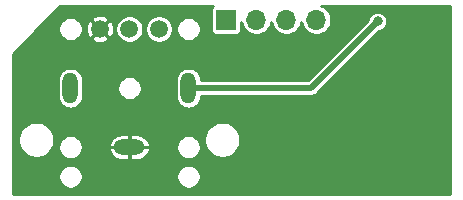
<source format=gbr>
%TF.GenerationSoftware,KiCad,Pcbnew,(5.1.6)-1*%
%TF.CreationDate,2024-02-11T14:18:57-05:00*%
%TF.ProjectId,GB-DMG-Headphone-PCB,47422d44-4d47-42d4-9865-616470686f6e,rev?*%
%TF.SameCoordinates,Original*%
%TF.FileFunction,Copper,L2,Bot*%
%TF.FilePolarity,Positive*%
%FSLAX46Y46*%
G04 Gerber Fmt 4.6, Leading zero omitted, Abs format (unit mm)*
G04 Created by KiCad (PCBNEW (5.1.6)-1) date 2024-02-11 14:18:57*
%MOMM*%
%LPD*%
G01*
G04 APERTURE LIST*
%TA.AperFunction,ComponentPad*%
%ADD10R,1.700000X1.700000*%
%TD*%
%TA.AperFunction,ComponentPad*%
%ADD11O,1.700000X1.700000*%
%TD*%
%TA.AperFunction,ComponentPad*%
%ADD12O,2.616000X1.308000*%
%TD*%
%TA.AperFunction,ComponentPad*%
%ADD13C,1.508000*%
%TD*%
%TA.AperFunction,ComponentPad*%
%ADD14O,1.308000X2.616000*%
%TD*%
%TA.AperFunction,ViaPad*%
%ADD15C,0.800000*%
%TD*%
%TA.AperFunction,Conductor*%
%ADD16C,0.500000*%
%TD*%
%TA.AperFunction,Conductor*%
%ADD17C,0.254000*%
%TD*%
G04 APERTURE END LIST*
D10*
%TO.P,J1,1*%
%TO.N,DETECT*%
X145542000Y-99123500D03*
D11*
%TO.P,J1,2*%
%TO.N,Net-(J1-Pad2)*%
X148082000Y-99123500D03*
%TO.P,J1,3*%
%TO.N,Net-(J1-Pad3)*%
X150622000Y-99123500D03*
%TO.P,J1,4*%
%TO.N,Net-(J1-Pad4)*%
X153162000Y-99123500D03*
%TD*%
D12*
%TO.P,J2,1*%
%TO.N,GND*%
X137350500Y-109902000D03*
D13*
%TO.P,J2,4*%
X134850500Y-99902000D03*
%TO.P,J2,5*%
%TO.N,DETECT*%
X137350500Y-99902000D03*
%TO.P,J2,6*%
%TO.N,N/C*%
X139850500Y-99902000D03*
D14*
%TO.P,J2,2*%
%TO.N,LEFT*%
X142350500Y-104902000D03*
%TO.P,J2,3*%
%TO.N,RIGHT*%
X132350500Y-104902000D03*
%TD*%
D15*
%TO.N,LEFT*%
X158369000Y-99250500D03*
%TD*%
D16*
%TO.N,LEFT*%
X142350500Y-104902000D02*
X152717500Y-104902000D01*
X152717500Y-104902000D02*
X158369000Y-99250500D01*
%TD*%
D17*
%TO.N,GND*%
G36*
X144388605Y-97970105D02*
G01*
X144335245Y-98035124D01*
X144295595Y-98109304D01*
X144271178Y-98189793D01*
X144262934Y-98273500D01*
X144262934Y-99973500D01*
X144271178Y-100057207D01*
X144295595Y-100137696D01*
X144335245Y-100211876D01*
X144388605Y-100276895D01*
X144453624Y-100330255D01*
X144527804Y-100369905D01*
X144608293Y-100394322D01*
X144692000Y-100402566D01*
X146392000Y-100402566D01*
X146475707Y-100394322D01*
X146556196Y-100369905D01*
X146630376Y-100330255D01*
X146695395Y-100276895D01*
X146748755Y-100211876D01*
X146788405Y-100137696D01*
X146812822Y-100057207D01*
X146821066Y-99973500D01*
X146821066Y-99330044D01*
X146854074Y-99495987D01*
X146950337Y-99728386D01*
X147090089Y-99937540D01*
X147267960Y-100115411D01*
X147477114Y-100255163D01*
X147709513Y-100351426D01*
X147956226Y-100400500D01*
X148207774Y-100400500D01*
X148454487Y-100351426D01*
X148686886Y-100255163D01*
X148896040Y-100115411D01*
X149073911Y-99937540D01*
X149213663Y-99728386D01*
X149309926Y-99495987D01*
X149352000Y-99284466D01*
X149394074Y-99495987D01*
X149490337Y-99728386D01*
X149630089Y-99937540D01*
X149807960Y-100115411D01*
X150017114Y-100255163D01*
X150249513Y-100351426D01*
X150496226Y-100400500D01*
X150747774Y-100400500D01*
X150994487Y-100351426D01*
X151226886Y-100255163D01*
X151436040Y-100115411D01*
X151613911Y-99937540D01*
X151753663Y-99728386D01*
X151849926Y-99495987D01*
X151892000Y-99284466D01*
X151934074Y-99495987D01*
X152030337Y-99728386D01*
X152170089Y-99937540D01*
X152347960Y-100115411D01*
X152557114Y-100255163D01*
X152789513Y-100351426D01*
X153036226Y-100400500D01*
X153287774Y-100400500D01*
X153534487Y-100351426D01*
X153766886Y-100255163D01*
X153976040Y-100115411D01*
X154153911Y-99937540D01*
X154293663Y-99728386D01*
X154389926Y-99495987D01*
X154439000Y-99249274D01*
X154439000Y-98997726D01*
X154389926Y-98751013D01*
X154293663Y-98518614D01*
X154153911Y-98309460D01*
X153976040Y-98131589D01*
X153766886Y-97991837D01*
X153604320Y-97924500D01*
X164521001Y-97924500D01*
X164521000Y-113848000D01*
X127452000Y-113848000D01*
X127452000Y-112300849D01*
X131323500Y-112300849D01*
X131323500Y-112503151D01*
X131362967Y-112701565D01*
X131440385Y-112888467D01*
X131552777Y-113056674D01*
X131695826Y-113199723D01*
X131864033Y-113312115D01*
X132050935Y-113389533D01*
X132249349Y-113429000D01*
X132451651Y-113429000D01*
X132650065Y-113389533D01*
X132836967Y-113312115D01*
X133005174Y-113199723D01*
X133148223Y-113056674D01*
X133260615Y-112888467D01*
X133338033Y-112701565D01*
X133377500Y-112503151D01*
X133377500Y-112300849D01*
X141323500Y-112300849D01*
X141323500Y-112503151D01*
X141362967Y-112701565D01*
X141440385Y-112888467D01*
X141552777Y-113056674D01*
X141695826Y-113199723D01*
X141864033Y-113312115D01*
X142050935Y-113389533D01*
X142249349Y-113429000D01*
X142451651Y-113429000D01*
X142650065Y-113389533D01*
X142836967Y-113312115D01*
X143005174Y-113199723D01*
X143148223Y-113056674D01*
X143260615Y-112888467D01*
X143338033Y-112701565D01*
X143377500Y-112503151D01*
X143377500Y-112300849D01*
X143338033Y-112102435D01*
X143260615Y-111915533D01*
X143148223Y-111747326D01*
X143005174Y-111604277D01*
X142836967Y-111491885D01*
X142650065Y-111414467D01*
X142451651Y-111375000D01*
X142249349Y-111375000D01*
X142050935Y-111414467D01*
X141864033Y-111491885D01*
X141695826Y-111604277D01*
X141552777Y-111747326D01*
X141440385Y-111915533D01*
X141362967Y-112102435D01*
X141323500Y-112300849D01*
X133377500Y-112300849D01*
X133338033Y-112102435D01*
X133260615Y-111915533D01*
X133148223Y-111747326D01*
X133005174Y-111604277D01*
X132836967Y-111491885D01*
X132650065Y-111414467D01*
X132451651Y-111375000D01*
X132249349Y-111375000D01*
X132050935Y-111414467D01*
X131864033Y-111491885D01*
X131695826Y-111604277D01*
X131552777Y-111747326D01*
X131440385Y-111915533D01*
X131362967Y-112102435D01*
X131323500Y-112300849D01*
X127452000Y-112300849D01*
X127452000Y-109133104D01*
X127949500Y-109133104D01*
X127949500Y-109433896D01*
X128008181Y-109728910D01*
X128123290Y-110006806D01*
X128290401Y-110256906D01*
X128503094Y-110469599D01*
X128753194Y-110636710D01*
X129031090Y-110751819D01*
X129326104Y-110810500D01*
X129626896Y-110810500D01*
X129921910Y-110751819D01*
X130199806Y-110636710D01*
X130449906Y-110469599D01*
X130662599Y-110256906D01*
X130829710Y-110006806D01*
X130915020Y-109800849D01*
X131323500Y-109800849D01*
X131323500Y-110003151D01*
X131362967Y-110201565D01*
X131440385Y-110388467D01*
X131552777Y-110556674D01*
X131695826Y-110699723D01*
X131864033Y-110812115D01*
X132050935Y-110889533D01*
X132249349Y-110929000D01*
X132451651Y-110929000D01*
X132650065Y-110889533D01*
X132836967Y-110812115D01*
X133005174Y-110699723D01*
X133148223Y-110556674D01*
X133260615Y-110388467D01*
X133338033Y-110201565D01*
X133359471Y-110093784D01*
X135632649Y-110093784D01*
X135688984Y-110294431D01*
X135784903Y-110483447D01*
X135915854Y-110650118D01*
X136076805Y-110788040D01*
X136261570Y-110891912D01*
X136463049Y-110957742D01*
X136673500Y-110983000D01*
X137327500Y-110983000D01*
X137327500Y-109925000D01*
X137373500Y-109925000D01*
X137373500Y-110983000D01*
X138027500Y-110983000D01*
X138237951Y-110957742D01*
X138439430Y-110891912D01*
X138624195Y-110788040D01*
X138785146Y-110650118D01*
X138916097Y-110483447D01*
X139012016Y-110294431D01*
X139068351Y-110093784D01*
X138978478Y-109925000D01*
X137373500Y-109925000D01*
X137327500Y-109925000D01*
X135722522Y-109925000D01*
X135632649Y-110093784D01*
X133359471Y-110093784D01*
X133377500Y-110003151D01*
X133377500Y-109800849D01*
X133359472Y-109710216D01*
X135632649Y-109710216D01*
X135722522Y-109879000D01*
X137327500Y-109879000D01*
X137327500Y-108821000D01*
X137373500Y-108821000D01*
X137373500Y-109879000D01*
X138978478Y-109879000D01*
X139020091Y-109800849D01*
X141323500Y-109800849D01*
X141323500Y-110003151D01*
X141362967Y-110201565D01*
X141440385Y-110388467D01*
X141552777Y-110556674D01*
X141695826Y-110699723D01*
X141864033Y-110812115D01*
X142050935Y-110889533D01*
X142249349Y-110929000D01*
X142451651Y-110929000D01*
X142650065Y-110889533D01*
X142836967Y-110812115D01*
X143005174Y-110699723D01*
X143148223Y-110556674D01*
X143260615Y-110388467D01*
X143338033Y-110201565D01*
X143377500Y-110003151D01*
X143377500Y-109800849D01*
X143338033Y-109602435D01*
X143260615Y-109415533D01*
X143148223Y-109247326D01*
X143034001Y-109133104D01*
X143697500Y-109133104D01*
X143697500Y-109433896D01*
X143756181Y-109728910D01*
X143871290Y-110006806D01*
X144038401Y-110256906D01*
X144251094Y-110469599D01*
X144501194Y-110636710D01*
X144779090Y-110751819D01*
X145074104Y-110810500D01*
X145374896Y-110810500D01*
X145669910Y-110751819D01*
X145947806Y-110636710D01*
X146197906Y-110469599D01*
X146410599Y-110256906D01*
X146577710Y-110006806D01*
X146692819Y-109728910D01*
X146751500Y-109433896D01*
X146751500Y-109133104D01*
X146692819Y-108838090D01*
X146577710Y-108560194D01*
X146410599Y-108310094D01*
X146197906Y-108097401D01*
X145947806Y-107930290D01*
X145669910Y-107815181D01*
X145374896Y-107756500D01*
X145074104Y-107756500D01*
X144779090Y-107815181D01*
X144501194Y-107930290D01*
X144251094Y-108097401D01*
X144038401Y-108310094D01*
X143871290Y-108560194D01*
X143756181Y-108838090D01*
X143697500Y-109133104D01*
X143034001Y-109133104D01*
X143005174Y-109104277D01*
X142836967Y-108991885D01*
X142650065Y-108914467D01*
X142451651Y-108875000D01*
X142249349Y-108875000D01*
X142050935Y-108914467D01*
X141864033Y-108991885D01*
X141695826Y-109104277D01*
X141552777Y-109247326D01*
X141440385Y-109415533D01*
X141362967Y-109602435D01*
X141323500Y-109800849D01*
X139020091Y-109800849D01*
X139068351Y-109710216D01*
X139012016Y-109509569D01*
X138916097Y-109320553D01*
X138785146Y-109153882D01*
X138624195Y-109015960D01*
X138439430Y-108912088D01*
X138237951Y-108846258D01*
X138027500Y-108821000D01*
X137373500Y-108821000D01*
X137327500Y-108821000D01*
X136673500Y-108821000D01*
X136463049Y-108846258D01*
X136261570Y-108912088D01*
X136076805Y-109015960D01*
X135915854Y-109153882D01*
X135784903Y-109320553D01*
X135688984Y-109509569D01*
X135632649Y-109710216D01*
X133359472Y-109710216D01*
X133338033Y-109602435D01*
X133260615Y-109415533D01*
X133148223Y-109247326D01*
X133005174Y-109104277D01*
X132836967Y-108991885D01*
X132650065Y-108914467D01*
X132451651Y-108875000D01*
X132249349Y-108875000D01*
X132050935Y-108914467D01*
X131864033Y-108991885D01*
X131695826Y-109104277D01*
X131552777Y-109247326D01*
X131440385Y-109415533D01*
X131362967Y-109602435D01*
X131323500Y-109800849D01*
X130915020Y-109800849D01*
X130944819Y-109728910D01*
X131003500Y-109433896D01*
X131003500Y-109133104D01*
X130944819Y-108838090D01*
X130829710Y-108560194D01*
X130662599Y-108310094D01*
X130449906Y-108097401D01*
X130199806Y-107930290D01*
X129921910Y-107815181D01*
X129626896Y-107756500D01*
X129326104Y-107756500D01*
X129031090Y-107815181D01*
X128753194Y-107930290D01*
X128503094Y-108097401D01*
X128290401Y-108310094D01*
X128123290Y-108560194D01*
X128008181Y-108838090D01*
X127949500Y-109133104D01*
X127452000Y-109133104D01*
X127452000Y-104194901D01*
X131269500Y-104194901D01*
X131269500Y-105609100D01*
X131285142Y-105767913D01*
X131346955Y-105971682D01*
X131447334Y-106159477D01*
X131582420Y-106324081D01*
X131747024Y-106459167D01*
X131934819Y-106559546D01*
X132138588Y-106621358D01*
X132350500Y-106642230D01*
X132562413Y-106621358D01*
X132766182Y-106559546D01*
X132953977Y-106459167D01*
X133118581Y-106324081D01*
X133253667Y-106159477D01*
X133354046Y-105971682D01*
X133415858Y-105767913D01*
X133431500Y-105609100D01*
X133431500Y-104800849D01*
X136323500Y-104800849D01*
X136323500Y-105003151D01*
X136362967Y-105201565D01*
X136440385Y-105388467D01*
X136552777Y-105556674D01*
X136695826Y-105699723D01*
X136864033Y-105812115D01*
X137050935Y-105889533D01*
X137249349Y-105929000D01*
X137451651Y-105929000D01*
X137650065Y-105889533D01*
X137836967Y-105812115D01*
X138005174Y-105699723D01*
X138148223Y-105556674D01*
X138260615Y-105388467D01*
X138338033Y-105201565D01*
X138377500Y-105003151D01*
X138377500Y-104800849D01*
X138338033Y-104602435D01*
X138260615Y-104415533D01*
X138148223Y-104247326D01*
X138095798Y-104194901D01*
X141269500Y-104194901D01*
X141269500Y-105609100D01*
X141285142Y-105767913D01*
X141346955Y-105971682D01*
X141447334Y-106159477D01*
X141582420Y-106324081D01*
X141747024Y-106459167D01*
X141934819Y-106559546D01*
X142138588Y-106621358D01*
X142350500Y-106642230D01*
X142562413Y-106621358D01*
X142766182Y-106559546D01*
X142953977Y-106459167D01*
X143118581Y-106324081D01*
X143253667Y-106159477D01*
X143354046Y-105971682D01*
X143415858Y-105767913D01*
X143431500Y-105609100D01*
X143431500Y-105579000D01*
X152684255Y-105579000D01*
X152717500Y-105582274D01*
X152750745Y-105579000D01*
X152750752Y-105579000D01*
X152850215Y-105569204D01*
X152977830Y-105530492D01*
X153095441Y-105467628D01*
X153198527Y-105383027D01*
X153219726Y-105357196D01*
X158511583Y-100065340D01*
X158610227Y-100045718D01*
X158760731Y-99983377D01*
X158896181Y-99892872D01*
X159011372Y-99777681D01*
X159101877Y-99642231D01*
X159164218Y-99491727D01*
X159196000Y-99331952D01*
X159196000Y-99169048D01*
X159164218Y-99009273D01*
X159101877Y-98858769D01*
X159011372Y-98723319D01*
X158896181Y-98608128D01*
X158760731Y-98517623D01*
X158610227Y-98455282D01*
X158450452Y-98423500D01*
X158287548Y-98423500D01*
X158127773Y-98455282D01*
X157977269Y-98517623D01*
X157841819Y-98608128D01*
X157726628Y-98723319D01*
X157636123Y-98858769D01*
X157573782Y-99009273D01*
X157554160Y-99107917D01*
X152437078Y-104225000D01*
X143431500Y-104225000D01*
X143431500Y-104194900D01*
X143415858Y-104036087D01*
X143354046Y-103832318D01*
X143253667Y-103644523D01*
X143118581Y-103479919D01*
X142953977Y-103344833D01*
X142766181Y-103244454D01*
X142562412Y-103182642D01*
X142350500Y-103161770D01*
X142138587Y-103182642D01*
X141934818Y-103244454D01*
X141747023Y-103344833D01*
X141582419Y-103479919D01*
X141447333Y-103644523D01*
X141346954Y-103832319D01*
X141285142Y-104036088D01*
X141269500Y-104194901D01*
X138095798Y-104194901D01*
X138005174Y-104104277D01*
X137836967Y-103991885D01*
X137650065Y-103914467D01*
X137451651Y-103875000D01*
X137249349Y-103875000D01*
X137050935Y-103914467D01*
X136864033Y-103991885D01*
X136695826Y-104104277D01*
X136552777Y-104247326D01*
X136440385Y-104415533D01*
X136362967Y-104602435D01*
X136323500Y-104800849D01*
X133431500Y-104800849D01*
X133431500Y-104194900D01*
X133415858Y-104036087D01*
X133354046Y-103832318D01*
X133253667Y-103644523D01*
X133118581Y-103479919D01*
X132953977Y-103344833D01*
X132766181Y-103244454D01*
X132562412Y-103182642D01*
X132350500Y-103161770D01*
X132138587Y-103182642D01*
X131934818Y-103244454D01*
X131747023Y-103344833D01*
X131582419Y-103479919D01*
X131447333Y-103644523D01*
X131346954Y-103832319D01*
X131285142Y-104036088D01*
X131269500Y-104194901D01*
X127452000Y-104194901D01*
X127452000Y-101977723D01*
X129628875Y-99800849D01*
X131323500Y-99800849D01*
X131323500Y-100003151D01*
X131362967Y-100201565D01*
X131440385Y-100388467D01*
X131552777Y-100556674D01*
X131695826Y-100699723D01*
X131864033Y-100812115D01*
X132050935Y-100889533D01*
X132249349Y-100929000D01*
X132451651Y-100929000D01*
X132650065Y-100889533D01*
X132836967Y-100812115D01*
X133005174Y-100699723D01*
X133023157Y-100681740D01*
X134103287Y-100681740D01*
X134171706Y-100875410D01*
X134374651Y-100989133D01*
X134595883Y-101061077D01*
X134826900Y-101088479D01*
X135058824Y-101070285D01*
X135282743Y-101007195D01*
X135490051Y-100901633D01*
X135529294Y-100875410D01*
X135597713Y-100681740D01*
X134850500Y-99934527D01*
X134103287Y-100681740D01*
X133023157Y-100681740D01*
X133148223Y-100556674D01*
X133260615Y-100388467D01*
X133338033Y-100201565D01*
X133377500Y-100003151D01*
X133377500Y-99878400D01*
X133664021Y-99878400D01*
X133682215Y-100110324D01*
X133745305Y-100334243D01*
X133850867Y-100541551D01*
X133877090Y-100580794D01*
X134070760Y-100649213D01*
X134817973Y-99902000D01*
X134883027Y-99902000D01*
X135630240Y-100649213D01*
X135823910Y-100580794D01*
X135937633Y-100377849D01*
X136009577Y-100156617D01*
X136036979Y-99925600D01*
X136026003Y-99785682D01*
X136169500Y-99785682D01*
X136169500Y-100018318D01*
X136214886Y-100246485D01*
X136303912Y-100461413D01*
X136433158Y-100654843D01*
X136597657Y-100819342D01*
X136791087Y-100948588D01*
X137006015Y-101037614D01*
X137234182Y-101083000D01*
X137466818Y-101083000D01*
X137694985Y-101037614D01*
X137909913Y-100948588D01*
X138103343Y-100819342D01*
X138267842Y-100654843D01*
X138397088Y-100461413D01*
X138486114Y-100246485D01*
X138531500Y-100018318D01*
X138531500Y-99785682D01*
X138669500Y-99785682D01*
X138669500Y-100018318D01*
X138714886Y-100246485D01*
X138803912Y-100461413D01*
X138933158Y-100654843D01*
X139097657Y-100819342D01*
X139291087Y-100948588D01*
X139506015Y-101037614D01*
X139734182Y-101083000D01*
X139966818Y-101083000D01*
X140194985Y-101037614D01*
X140409913Y-100948588D01*
X140603343Y-100819342D01*
X140767842Y-100654843D01*
X140897088Y-100461413D01*
X140986114Y-100246485D01*
X141031500Y-100018318D01*
X141031500Y-99800849D01*
X141323500Y-99800849D01*
X141323500Y-100003151D01*
X141362967Y-100201565D01*
X141440385Y-100388467D01*
X141552777Y-100556674D01*
X141695826Y-100699723D01*
X141864033Y-100812115D01*
X142050935Y-100889533D01*
X142249349Y-100929000D01*
X142451651Y-100929000D01*
X142650065Y-100889533D01*
X142836967Y-100812115D01*
X143005174Y-100699723D01*
X143148223Y-100556674D01*
X143260615Y-100388467D01*
X143338033Y-100201565D01*
X143377500Y-100003151D01*
X143377500Y-99800849D01*
X143338033Y-99602435D01*
X143260615Y-99415533D01*
X143148223Y-99247326D01*
X143005174Y-99104277D01*
X142836967Y-98991885D01*
X142650065Y-98914467D01*
X142451651Y-98875000D01*
X142249349Y-98875000D01*
X142050935Y-98914467D01*
X141864033Y-98991885D01*
X141695826Y-99104277D01*
X141552777Y-99247326D01*
X141440385Y-99415533D01*
X141362967Y-99602435D01*
X141323500Y-99800849D01*
X141031500Y-99800849D01*
X141031500Y-99785682D01*
X140986114Y-99557515D01*
X140897088Y-99342587D01*
X140767842Y-99149157D01*
X140603343Y-98984658D01*
X140409913Y-98855412D01*
X140194985Y-98766386D01*
X139966818Y-98721000D01*
X139734182Y-98721000D01*
X139506015Y-98766386D01*
X139291087Y-98855412D01*
X139097657Y-98984658D01*
X138933158Y-99149157D01*
X138803912Y-99342587D01*
X138714886Y-99557515D01*
X138669500Y-99785682D01*
X138531500Y-99785682D01*
X138486114Y-99557515D01*
X138397088Y-99342587D01*
X138267842Y-99149157D01*
X138103343Y-98984658D01*
X137909913Y-98855412D01*
X137694985Y-98766386D01*
X137466818Y-98721000D01*
X137234182Y-98721000D01*
X137006015Y-98766386D01*
X136791087Y-98855412D01*
X136597657Y-98984658D01*
X136433158Y-99149157D01*
X136303912Y-99342587D01*
X136214886Y-99557515D01*
X136169500Y-99785682D01*
X136026003Y-99785682D01*
X136018785Y-99693676D01*
X135955695Y-99469757D01*
X135850133Y-99262449D01*
X135823910Y-99223206D01*
X135630240Y-99154787D01*
X134883027Y-99902000D01*
X134817973Y-99902000D01*
X134070760Y-99154787D01*
X133877090Y-99223206D01*
X133763367Y-99426151D01*
X133691423Y-99647383D01*
X133664021Y-99878400D01*
X133377500Y-99878400D01*
X133377500Y-99800849D01*
X133338033Y-99602435D01*
X133260615Y-99415533D01*
X133148223Y-99247326D01*
X133023157Y-99122260D01*
X134103287Y-99122260D01*
X134850500Y-99869473D01*
X135597713Y-99122260D01*
X135529294Y-98928590D01*
X135326349Y-98814867D01*
X135105117Y-98742923D01*
X134874100Y-98715521D01*
X134642176Y-98733715D01*
X134418257Y-98796805D01*
X134210949Y-98902367D01*
X134171706Y-98928590D01*
X134103287Y-99122260D01*
X133023157Y-99122260D01*
X133005174Y-99104277D01*
X132836967Y-98991885D01*
X132650065Y-98914467D01*
X132451651Y-98875000D01*
X132249349Y-98875000D01*
X132050935Y-98914467D01*
X131864033Y-98991885D01*
X131695826Y-99104277D01*
X131552777Y-99247326D01*
X131440385Y-99415533D01*
X131362967Y-99602435D01*
X131323500Y-99800849D01*
X129628875Y-99800849D01*
X131505225Y-97924500D01*
X144444175Y-97924500D01*
X144388605Y-97970105D01*
G37*
X144388605Y-97970105D02*
X144335245Y-98035124D01*
X144295595Y-98109304D01*
X144271178Y-98189793D01*
X144262934Y-98273500D01*
X144262934Y-99973500D01*
X144271178Y-100057207D01*
X144295595Y-100137696D01*
X144335245Y-100211876D01*
X144388605Y-100276895D01*
X144453624Y-100330255D01*
X144527804Y-100369905D01*
X144608293Y-100394322D01*
X144692000Y-100402566D01*
X146392000Y-100402566D01*
X146475707Y-100394322D01*
X146556196Y-100369905D01*
X146630376Y-100330255D01*
X146695395Y-100276895D01*
X146748755Y-100211876D01*
X146788405Y-100137696D01*
X146812822Y-100057207D01*
X146821066Y-99973500D01*
X146821066Y-99330044D01*
X146854074Y-99495987D01*
X146950337Y-99728386D01*
X147090089Y-99937540D01*
X147267960Y-100115411D01*
X147477114Y-100255163D01*
X147709513Y-100351426D01*
X147956226Y-100400500D01*
X148207774Y-100400500D01*
X148454487Y-100351426D01*
X148686886Y-100255163D01*
X148896040Y-100115411D01*
X149073911Y-99937540D01*
X149213663Y-99728386D01*
X149309926Y-99495987D01*
X149352000Y-99284466D01*
X149394074Y-99495987D01*
X149490337Y-99728386D01*
X149630089Y-99937540D01*
X149807960Y-100115411D01*
X150017114Y-100255163D01*
X150249513Y-100351426D01*
X150496226Y-100400500D01*
X150747774Y-100400500D01*
X150994487Y-100351426D01*
X151226886Y-100255163D01*
X151436040Y-100115411D01*
X151613911Y-99937540D01*
X151753663Y-99728386D01*
X151849926Y-99495987D01*
X151892000Y-99284466D01*
X151934074Y-99495987D01*
X152030337Y-99728386D01*
X152170089Y-99937540D01*
X152347960Y-100115411D01*
X152557114Y-100255163D01*
X152789513Y-100351426D01*
X153036226Y-100400500D01*
X153287774Y-100400500D01*
X153534487Y-100351426D01*
X153766886Y-100255163D01*
X153976040Y-100115411D01*
X154153911Y-99937540D01*
X154293663Y-99728386D01*
X154389926Y-99495987D01*
X154439000Y-99249274D01*
X154439000Y-98997726D01*
X154389926Y-98751013D01*
X154293663Y-98518614D01*
X154153911Y-98309460D01*
X153976040Y-98131589D01*
X153766886Y-97991837D01*
X153604320Y-97924500D01*
X164521001Y-97924500D01*
X164521000Y-113848000D01*
X127452000Y-113848000D01*
X127452000Y-112300849D01*
X131323500Y-112300849D01*
X131323500Y-112503151D01*
X131362967Y-112701565D01*
X131440385Y-112888467D01*
X131552777Y-113056674D01*
X131695826Y-113199723D01*
X131864033Y-113312115D01*
X132050935Y-113389533D01*
X132249349Y-113429000D01*
X132451651Y-113429000D01*
X132650065Y-113389533D01*
X132836967Y-113312115D01*
X133005174Y-113199723D01*
X133148223Y-113056674D01*
X133260615Y-112888467D01*
X133338033Y-112701565D01*
X133377500Y-112503151D01*
X133377500Y-112300849D01*
X141323500Y-112300849D01*
X141323500Y-112503151D01*
X141362967Y-112701565D01*
X141440385Y-112888467D01*
X141552777Y-113056674D01*
X141695826Y-113199723D01*
X141864033Y-113312115D01*
X142050935Y-113389533D01*
X142249349Y-113429000D01*
X142451651Y-113429000D01*
X142650065Y-113389533D01*
X142836967Y-113312115D01*
X143005174Y-113199723D01*
X143148223Y-113056674D01*
X143260615Y-112888467D01*
X143338033Y-112701565D01*
X143377500Y-112503151D01*
X143377500Y-112300849D01*
X143338033Y-112102435D01*
X143260615Y-111915533D01*
X143148223Y-111747326D01*
X143005174Y-111604277D01*
X142836967Y-111491885D01*
X142650065Y-111414467D01*
X142451651Y-111375000D01*
X142249349Y-111375000D01*
X142050935Y-111414467D01*
X141864033Y-111491885D01*
X141695826Y-111604277D01*
X141552777Y-111747326D01*
X141440385Y-111915533D01*
X141362967Y-112102435D01*
X141323500Y-112300849D01*
X133377500Y-112300849D01*
X133338033Y-112102435D01*
X133260615Y-111915533D01*
X133148223Y-111747326D01*
X133005174Y-111604277D01*
X132836967Y-111491885D01*
X132650065Y-111414467D01*
X132451651Y-111375000D01*
X132249349Y-111375000D01*
X132050935Y-111414467D01*
X131864033Y-111491885D01*
X131695826Y-111604277D01*
X131552777Y-111747326D01*
X131440385Y-111915533D01*
X131362967Y-112102435D01*
X131323500Y-112300849D01*
X127452000Y-112300849D01*
X127452000Y-109133104D01*
X127949500Y-109133104D01*
X127949500Y-109433896D01*
X128008181Y-109728910D01*
X128123290Y-110006806D01*
X128290401Y-110256906D01*
X128503094Y-110469599D01*
X128753194Y-110636710D01*
X129031090Y-110751819D01*
X129326104Y-110810500D01*
X129626896Y-110810500D01*
X129921910Y-110751819D01*
X130199806Y-110636710D01*
X130449906Y-110469599D01*
X130662599Y-110256906D01*
X130829710Y-110006806D01*
X130915020Y-109800849D01*
X131323500Y-109800849D01*
X131323500Y-110003151D01*
X131362967Y-110201565D01*
X131440385Y-110388467D01*
X131552777Y-110556674D01*
X131695826Y-110699723D01*
X131864033Y-110812115D01*
X132050935Y-110889533D01*
X132249349Y-110929000D01*
X132451651Y-110929000D01*
X132650065Y-110889533D01*
X132836967Y-110812115D01*
X133005174Y-110699723D01*
X133148223Y-110556674D01*
X133260615Y-110388467D01*
X133338033Y-110201565D01*
X133359471Y-110093784D01*
X135632649Y-110093784D01*
X135688984Y-110294431D01*
X135784903Y-110483447D01*
X135915854Y-110650118D01*
X136076805Y-110788040D01*
X136261570Y-110891912D01*
X136463049Y-110957742D01*
X136673500Y-110983000D01*
X137327500Y-110983000D01*
X137327500Y-109925000D01*
X137373500Y-109925000D01*
X137373500Y-110983000D01*
X138027500Y-110983000D01*
X138237951Y-110957742D01*
X138439430Y-110891912D01*
X138624195Y-110788040D01*
X138785146Y-110650118D01*
X138916097Y-110483447D01*
X139012016Y-110294431D01*
X139068351Y-110093784D01*
X138978478Y-109925000D01*
X137373500Y-109925000D01*
X137327500Y-109925000D01*
X135722522Y-109925000D01*
X135632649Y-110093784D01*
X133359471Y-110093784D01*
X133377500Y-110003151D01*
X133377500Y-109800849D01*
X133359472Y-109710216D01*
X135632649Y-109710216D01*
X135722522Y-109879000D01*
X137327500Y-109879000D01*
X137327500Y-108821000D01*
X137373500Y-108821000D01*
X137373500Y-109879000D01*
X138978478Y-109879000D01*
X139020091Y-109800849D01*
X141323500Y-109800849D01*
X141323500Y-110003151D01*
X141362967Y-110201565D01*
X141440385Y-110388467D01*
X141552777Y-110556674D01*
X141695826Y-110699723D01*
X141864033Y-110812115D01*
X142050935Y-110889533D01*
X142249349Y-110929000D01*
X142451651Y-110929000D01*
X142650065Y-110889533D01*
X142836967Y-110812115D01*
X143005174Y-110699723D01*
X143148223Y-110556674D01*
X143260615Y-110388467D01*
X143338033Y-110201565D01*
X143377500Y-110003151D01*
X143377500Y-109800849D01*
X143338033Y-109602435D01*
X143260615Y-109415533D01*
X143148223Y-109247326D01*
X143034001Y-109133104D01*
X143697500Y-109133104D01*
X143697500Y-109433896D01*
X143756181Y-109728910D01*
X143871290Y-110006806D01*
X144038401Y-110256906D01*
X144251094Y-110469599D01*
X144501194Y-110636710D01*
X144779090Y-110751819D01*
X145074104Y-110810500D01*
X145374896Y-110810500D01*
X145669910Y-110751819D01*
X145947806Y-110636710D01*
X146197906Y-110469599D01*
X146410599Y-110256906D01*
X146577710Y-110006806D01*
X146692819Y-109728910D01*
X146751500Y-109433896D01*
X146751500Y-109133104D01*
X146692819Y-108838090D01*
X146577710Y-108560194D01*
X146410599Y-108310094D01*
X146197906Y-108097401D01*
X145947806Y-107930290D01*
X145669910Y-107815181D01*
X145374896Y-107756500D01*
X145074104Y-107756500D01*
X144779090Y-107815181D01*
X144501194Y-107930290D01*
X144251094Y-108097401D01*
X144038401Y-108310094D01*
X143871290Y-108560194D01*
X143756181Y-108838090D01*
X143697500Y-109133104D01*
X143034001Y-109133104D01*
X143005174Y-109104277D01*
X142836967Y-108991885D01*
X142650065Y-108914467D01*
X142451651Y-108875000D01*
X142249349Y-108875000D01*
X142050935Y-108914467D01*
X141864033Y-108991885D01*
X141695826Y-109104277D01*
X141552777Y-109247326D01*
X141440385Y-109415533D01*
X141362967Y-109602435D01*
X141323500Y-109800849D01*
X139020091Y-109800849D01*
X139068351Y-109710216D01*
X139012016Y-109509569D01*
X138916097Y-109320553D01*
X138785146Y-109153882D01*
X138624195Y-109015960D01*
X138439430Y-108912088D01*
X138237951Y-108846258D01*
X138027500Y-108821000D01*
X137373500Y-108821000D01*
X137327500Y-108821000D01*
X136673500Y-108821000D01*
X136463049Y-108846258D01*
X136261570Y-108912088D01*
X136076805Y-109015960D01*
X135915854Y-109153882D01*
X135784903Y-109320553D01*
X135688984Y-109509569D01*
X135632649Y-109710216D01*
X133359472Y-109710216D01*
X133338033Y-109602435D01*
X133260615Y-109415533D01*
X133148223Y-109247326D01*
X133005174Y-109104277D01*
X132836967Y-108991885D01*
X132650065Y-108914467D01*
X132451651Y-108875000D01*
X132249349Y-108875000D01*
X132050935Y-108914467D01*
X131864033Y-108991885D01*
X131695826Y-109104277D01*
X131552777Y-109247326D01*
X131440385Y-109415533D01*
X131362967Y-109602435D01*
X131323500Y-109800849D01*
X130915020Y-109800849D01*
X130944819Y-109728910D01*
X131003500Y-109433896D01*
X131003500Y-109133104D01*
X130944819Y-108838090D01*
X130829710Y-108560194D01*
X130662599Y-108310094D01*
X130449906Y-108097401D01*
X130199806Y-107930290D01*
X129921910Y-107815181D01*
X129626896Y-107756500D01*
X129326104Y-107756500D01*
X129031090Y-107815181D01*
X128753194Y-107930290D01*
X128503094Y-108097401D01*
X128290401Y-108310094D01*
X128123290Y-108560194D01*
X128008181Y-108838090D01*
X127949500Y-109133104D01*
X127452000Y-109133104D01*
X127452000Y-104194901D01*
X131269500Y-104194901D01*
X131269500Y-105609100D01*
X131285142Y-105767913D01*
X131346955Y-105971682D01*
X131447334Y-106159477D01*
X131582420Y-106324081D01*
X131747024Y-106459167D01*
X131934819Y-106559546D01*
X132138588Y-106621358D01*
X132350500Y-106642230D01*
X132562413Y-106621358D01*
X132766182Y-106559546D01*
X132953977Y-106459167D01*
X133118581Y-106324081D01*
X133253667Y-106159477D01*
X133354046Y-105971682D01*
X133415858Y-105767913D01*
X133431500Y-105609100D01*
X133431500Y-104800849D01*
X136323500Y-104800849D01*
X136323500Y-105003151D01*
X136362967Y-105201565D01*
X136440385Y-105388467D01*
X136552777Y-105556674D01*
X136695826Y-105699723D01*
X136864033Y-105812115D01*
X137050935Y-105889533D01*
X137249349Y-105929000D01*
X137451651Y-105929000D01*
X137650065Y-105889533D01*
X137836967Y-105812115D01*
X138005174Y-105699723D01*
X138148223Y-105556674D01*
X138260615Y-105388467D01*
X138338033Y-105201565D01*
X138377500Y-105003151D01*
X138377500Y-104800849D01*
X138338033Y-104602435D01*
X138260615Y-104415533D01*
X138148223Y-104247326D01*
X138095798Y-104194901D01*
X141269500Y-104194901D01*
X141269500Y-105609100D01*
X141285142Y-105767913D01*
X141346955Y-105971682D01*
X141447334Y-106159477D01*
X141582420Y-106324081D01*
X141747024Y-106459167D01*
X141934819Y-106559546D01*
X142138588Y-106621358D01*
X142350500Y-106642230D01*
X142562413Y-106621358D01*
X142766182Y-106559546D01*
X142953977Y-106459167D01*
X143118581Y-106324081D01*
X143253667Y-106159477D01*
X143354046Y-105971682D01*
X143415858Y-105767913D01*
X143431500Y-105609100D01*
X143431500Y-105579000D01*
X152684255Y-105579000D01*
X152717500Y-105582274D01*
X152750745Y-105579000D01*
X152750752Y-105579000D01*
X152850215Y-105569204D01*
X152977830Y-105530492D01*
X153095441Y-105467628D01*
X153198527Y-105383027D01*
X153219726Y-105357196D01*
X158511583Y-100065340D01*
X158610227Y-100045718D01*
X158760731Y-99983377D01*
X158896181Y-99892872D01*
X159011372Y-99777681D01*
X159101877Y-99642231D01*
X159164218Y-99491727D01*
X159196000Y-99331952D01*
X159196000Y-99169048D01*
X159164218Y-99009273D01*
X159101877Y-98858769D01*
X159011372Y-98723319D01*
X158896181Y-98608128D01*
X158760731Y-98517623D01*
X158610227Y-98455282D01*
X158450452Y-98423500D01*
X158287548Y-98423500D01*
X158127773Y-98455282D01*
X157977269Y-98517623D01*
X157841819Y-98608128D01*
X157726628Y-98723319D01*
X157636123Y-98858769D01*
X157573782Y-99009273D01*
X157554160Y-99107917D01*
X152437078Y-104225000D01*
X143431500Y-104225000D01*
X143431500Y-104194900D01*
X143415858Y-104036087D01*
X143354046Y-103832318D01*
X143253667Y-103644523D01*
X143118581Y-103479919D01*
X142953977Y-103344833D01*
X142766181Y-103244454D01*
X142562412Y-103182642D01*
X142350500Y-103161770D01*
X142138587Y-103182642D01*
X141934818Y-103244454D01*
X141747023Y-103344833D01*
X141582419Y-103479919D01*
X141447333Y-103644523D01*
X141346954Y-103832319D01*
X141285142Y-104036088D01*
X141269500Y-104194901D01*
X138095798Y-104194901D01*
X138005174Y-104104277D01*
X137836967Y-103991885D01*
X137650065Y-103914467D01*
X137451651Y-103875000D01*
X137249349Y-103875000D01*
X137050935Y-103914467D01*
X136864033Y-103991885D01*
X136695826Y-104104277D01*
X136552777Y-104247326D01*
X136440385Y-104415533D01*
X136362967Y-104602435D01*
X136323500Y-104800849D01*
X133431500Y-104800849D01*
X133431500Y-104194900D01*
X133415858Y-104036087D01*
X133354046Y-103832318D01*
X133253667Y-103644523D01*
X133118581Y-103479919D01*
X132953977Y-103344833D01*
X132766181Y-103244454D01*
X132562412Y-103182642D01*
X132350500Y-103161770D01*
X132138587Y-103182642D01*
X131934818Y-103244454D01*
X131747023Y-103344833D01*
X131582419Y-103479919D01*
X131447333Y-103644523D01*
X131346954Y-103832319D01*
X131285142Y-104036088D01*
X131269500Y-104194901D01*
X127452000Y-104194901D01*
X127452000Y-101977723D01*
X129628875Y-99800849D01*
X131323500Y-99800849D01*
X131323500Y-100003151D01*
X131362967Y-100201565D01*
X131440385Y-100388467D01*
X131552777Y-100556674D01*
X131695826Y-100699723D01*
X131864033Y-100812115D01*
X132050935Y-100889533D01*
X132249349Y-100929000D01*
X132451651Y-100929000D01*
X132650065Y-100889533D01*
X132836967Y-100812115D01*
X133005174Y-100699723D01*
X133023157Y-100681740D01*
X134103287Y-100681740D01*
X134171706Y-100875410D01*
X134374651Y-100989133D01*
X134595883Y-101061077D01*
X134826900Y-101088479D01*
X135058824Y-101070285D01*
X135282743Y-101007195D01*
X135490051Y-100901633D01*
X135529294Y-100875410D01*
X135597713Y-100681740D01*
X134850500Y-99934527D01*
X134103287Y-100681740D01*
X133023157Y-100681740D01*
X133148223Y-100556674D01*
X133260615Y-100388467D01*
X133338033Y-100201565D01*
X133377500Y-100003151D01*
X133377500Y-99878400D01*
X133664021Y-99878400D01*
X133682215Y-100110324D01*
X133745305Y-100334243D01*
X133850867Y-100541551D01*
X133877090Y-100580794D01*
X134070760Y-100649213D01*
X134817973Y-99902000D01*
X134883027Y-99902000D01*
X135630240Y-100649213D01*
X135823910Y-100580794D01*
X135937633Y-100377849D01*
X136009577Y-100156617D01*
X136036979Y-99925600D01*
X136026003Y-99785682D01*
X136169500Y-99785682D01*
X136169500Y-100018318D01*
X136214886Y-100246485D01*
X136303912Y-100461413D01*
X136433158Y-100654843D01*
X136597657Y-100819342D01*
X136791087Y-100948588D01*
X137006015Y-101037614D01*
X137234182Y-101083000D01*
X137466818Y-101083000D01*
X137694985Y-101037614D01*
X137909913Y-100948588D01*
X138103343Y-100819342D01*
X138267842Y-100654843D01*
X138397088Y-100461413D01*
X138486114Y-100246485D01*
X138531500Y-100018318D01*
X138531500Y-99785682D01*
X138669500Y-99785682D01*
X138669500Y-100018318D01*
X138714886Y-100246485D01*
X138803912Y-100461413D01*
X138933158Y-100654843D01*
X139097657Y-100819342D01*
X139291087Y-100948588D01*
X139506015Y-101037614D01*
X139734182Y-101083000D01*
X139966818Y-101083000D01*
X140194985Y-101037614D01*
X140409913Y-100948588D01*
X140603343Y-100819342D01*
X140767842Y-100654843D01*
X140897088Y-100461413D01*
X140986114Y-100246485D01*
X141031500Y-100018318D01*
X141031500Y-99800849D01*
X141323500Y-99800849D01*
X141323500Y-100003151D01*
X141362967Y-100201565D01*
X141440385Y-100388467D01*
X141552777Y-100556674D01*
X141695826Y-100699723D01*
X141864033Y-100812115D01*
X142050935Y-100889533D01*
X142249349Y-100929000D01*
X142451651Y-100929000D01*
X142650065Y-100889533D01*
X142836967Y-100812115D01*
X143005174Y-100699723D01*
X143148223Y-100556674D01*
X143260615Y-100388467D01*
X143338033Y-100201565D01*
X143377500Y-100003151D01*
X143377500Y-99800849D01*
X143338033Y-99602435D01*
X143260615Y-99415533D01*
X143148223Y-99247326D01*
X143005174Y-99104277D01*
X142836967Y-98991885D01*
X142650065Y-98914467D01*
X142451651Y-98875000D01*
X142249349Y-98875000D01*
X142050935Y-98914467D01*
X141864033Y-98991885D01*
X141695826Y-99104277D01*
X141552777Y-99247326D01*
X141440385Y-99415533D01*
X141362967Y-99602435D01*
X141323500Y-99800849D01*
X141031500Y-99800849D01*
X141031500Y-99785682D01*
X140986114Y-99557515D01*
X140897088Y-99342587D01*
X140767842Y-99149157D01*
X140603343Y-98984658D01*
X140409913Y-98855412D01*
X140194985Y-98766386D01*
X139966818Y-98721000D01*
X139734182Y-98721000D01*
X139506015Y-98766386D01*
X139291087Y-98855412D01*
X139097657Y-98984658D01*
X138933158Y-99149157D01*
X138803912Y-99342587D01*
X138714886Y-99557515D01*
X138669500Y-99785682D01*
X138531500Y-99785682D01*
X138486114Y-99557515D01*
X138397088Y-99342587D01*
X138267842Y-99149157D01*
X138103343Y-98984658D01*
X137909913Y-98855412D01*
X137694985Y-98766386D01*
X137466818Y-98721000D01*
X137234182Y-98721000D01*
X137006015Y-98766386D01*
X136791087Y-98855412D01*
X136597657Y-98984658D01*
X136433158Y-99149157D01*
X136303912Y-99342587D01*
X136214886Y-99557515D01*
X136169500Y-99785682D01*
X136026003Y-99785682D01*
X136018785Y-99693676D01*
X135955695Y-99469757D01*
X135850133Y-99262449D01*
X135823910Y-99223206D01*
X135630240Y-99154787D01*
X134883027Y-99902000D01*
X134817973Y-99902000D01*
X134070760Y-99154787D01*
X133877090Y-99223206D01*
X133763367Y-99426151D01*
X133691423Y-99647383D01*
X133664021Y-99878400D01*
X133377500Y-99878400D01*
X133377500Y-99800849D01*
X133338033Y-99602435D01*
X133260615Y-99415533D01*
X133148223Y-99247326D01*
X133023157Y-99122260D01*
X134103287Y-99122260D01*
X134850500Y-99869473D01*
X135597713Y-99122260D01*
X135529294Y-98928590D01*
X135326349Y-98814867D01*
X135105117Y-98742923D01*
X134874100Y-98715521D01*
X134642176Y-98733715D01*
X134418257Y-98796805D01*
X134210949Y-98902367D01*
X134171706Y-98928590D01*
X134103287Y-99122260D01*
X133023157Y-99122260D01*
X133005174Y-99104277D01*
X132836967Y-98991885D01*
X132650065Y-98914467D01*
X132451651Y-98875000D01*
X132249349Y-98875000D01*
X132050935Y-98914467D01*
X131864033Y-98991885D01*
X131695826Y-99104277D01*
X131552777Y-99247326D01*
X131440385Y-99415533D01*
X131362967Y-99602435D01*
X131323500Y-99800849D01*
X129628875Y-99800849D01*
X131505225Y-97924500D01*
X144444175Y-97924500D01*
X144388605Y-97970105D01*
%TD*%
M02*

</source>
